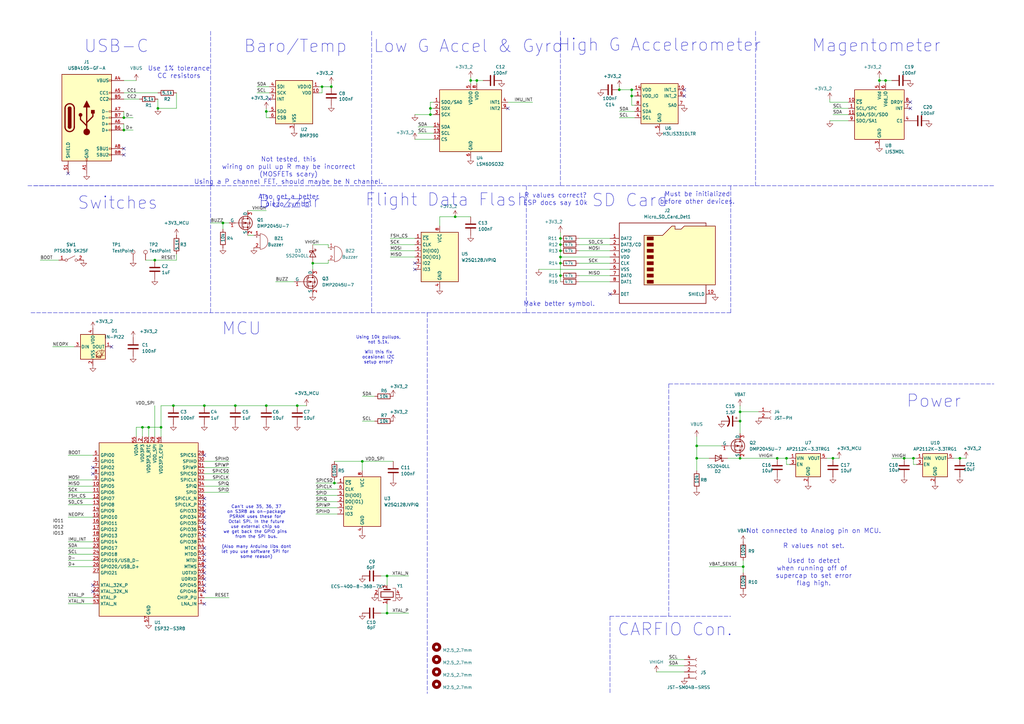
<source format=kicad_sch>
(kicad_sch (version 20231120) (generator "eeschema") (generator_version "8.0")
  (paper "A3")
  (title_block (title "Aerochungus Flight Recorder") (date "2024-09-07") (rev "R1") (company "Chugnus Aerospace"))
  (junction (at 254 36.83))
  (junction (at 393.7 187.96))
  (junction (at 91.44 91.44))
  (junction (at 303.53 168.91))
  (junction (at 58.42 175.26))
  (junction (at 176.53 44.45))
  (junction (at 135.89 35.56))
  (junction (at 304.8 232.41))
  (junction (at 96.52 166.37))
  (junction (at 285.75 187.96))
  (junction (at 229.87 113.03))
  (junction (at 360.68 33.02))
  (junction (at 83.82 166.37))
  (junction (at 158.75 251.46))
  (junction (at 229.87 97.79))
  (junction (at 66.04 175.26))
  (junction (at 229.87 102.87))
  (junction (at 285.75 182.88))
  (junction (at 259.08 39.37))
  (junction (at 259.08 36.83))
  (junction (at 229.87 107.95))
  (junction (at 148.59 189.23))
  (junction (at 303.53 187.96))
  (junction (at 363.22 33.02))
  (junction (at 229.87 100.33))
  (junction (at 195.58 33.02))
  (junction (at 64.77 44.45))
  (junction (at 318.77 187.96))
  (junction (at 132.08 35.56))
  (junction (at 63.5 106.68))
  (junction (at 60.96 175.26))
  (junction (at 370.84 187.96))
  (junction (at 109.22 45.72))
  (junction (at 121.92 166.37))
  (junction (at 176.53 46.99))
  (junction (at 158.75 236.22))
  (junction (at 374.65 187.96))
  (junction (at 50.8 48.26))
  (junction (at 50.8 53.34))
  (junction (at 109.22 166.37))
  (junction (at 137.16 198.12))
  (junction (at 341.63 187.96))
  (junction (at 229.87 105.41))
  (junction (at 186.69 88.9))
  (junction (at 303.53 172.72))
  (junction (at 128.27 107.95))
  (junction (at 193.04 33.02))
  (junction (at 71.12 166.37))
  (junction (at 322.58 187.96))
  (no_connect (at 38.1 242.57))
  (no_connect (at 373.38 44.45))
  (no_connect (at 38.1 191.77))
  (no_connect (at 38.1 194.31))
  (no_connect (at 83.82 224.79))
  (no_connect (at 280.67 39.37))
  (no_connect (at 50.8 60.96))
  (no_connect (at 373.38 41.91))
  (no_connect (at 83.82 207.01))
  (no_connect (at 27.94 71.12))
  (no_connect (at 208.28 44.45))
  (no_connect (at 83.82 247.65))
  (no_connect (at 83.82 237.49))
  (no_connect (at 83.82 227.33))
  (no_connect (at 83.82 212.09))
  (no_connect (at 50.8 63.5))
  (no_connect (at 83.82 209.55))
  (no_connect (at 170.18 110.49))
  (no_connect (at 83.82 229.87))
  (no_connect (at 83.82 240.03))
  (no_connect (at 83.82 214.63))
  (no_connect (at 250.19 120.65))
  (no_connect (at 83.82 234.95))
  (no_connect (at 83.82 186.69))
  (no_connect (at 83.82 204.47))
  (no_connect (at 110.49 40.64))
  (no_connect (at 38.1 240.03))
  (no_connect (at 83.82 217.17))
  (no_connect (at 83.82 242.57))
  (no_connect (at 45.72 142.24))
  (no_connect (at 170.18 107.95))
  (no_connect (at 83.82 219.71))
  (no_connect (at 280.67 36.83))
  (no_connect (at 83.82 232.41))
  (wire (pts (xy 229.87 105.41) (xy 229.87 107.95)))
  (wire (pts (xy 27.94 196.85) (xy 38.1 196.85)))
  (polyline (pts (xy 12.7 128.27) (xy 175.26 128.27)) (stroke (width 0) (type dash)))
  (wire (pts (xy 148.59 172.72) (xy 153.67 172.72)))
  (wire (pts (xy 50.8 50.8) (xy 50.8 53.34)))
  (wire (pts (xy 260.35 36.83) (xy 259.08 36.83)))
  (wire (pts (xy 148.59 189.23) (xy 148.59 193.04)))
  (wire (pts (xy 176.53 46.99) (xy 177.8 46.99)))
  (wire (pts (xy 186.69 88.9) (xy 193.04 88.9)))
  (wire (pts (xy 109.22 45.72) (xy 110.49 45.72)))
  (wire (pts (xy 237.49 102.87) (xy 250.19 102.87)))
  (wire (pts (xy 66.04 166.37) (xy 71.12 166.37)))
  (wire (pts (xy 322.58 187.96) (xy 323.85 187.96)))
  (wire (pts (xy 340.36 41.91) (xy 347.98 41.91)))
  (wire (pts (xy 72.39 104.14) (xy 72.39 106.68)))
  (wire (pts (xy 109.22 44.45) (xy 109.22 45.72)))
  (wire (pts (xy 176.53 44.45) (xy 176.53 46.99)))
  (wire (pts (xy 27.94 201.93) (xy 38.1 201.93)))
  (wire (pts (xy 134.62 100.33) (xy 134.62 101.6)))
  (wire (pts (xy 254 48.26) (xy 260.35 48.26)))
  (wire (pts (xy 323.85 190.5) (xy 322.58 190.5)))
  (wire (pts (xy 135.89 34.29) (xy 135.89 35.56)))
  (wire (pts (xy 160.02 97.79) (xy 170.18 97.79)))
  (wire (pts (xy 260.35 39.37) (xy 259.08 39.37)))
  (wire (pts (xy 83.82 245.11) (xy 93.98 245.11)))
  (wire (pts (xy 156.21 236.22) (xy 158.75 236.22)))
  (polyline (pts (xy 309.88 76.2) (xy 309.88 12.7)) (stroke (width 0) (type dash)))
  (wire (pts (xy 72.39 106.68) (xy 63.5 106.68)))
  (wire (pts (xy 66.04 175.26) (xy 60.96 175.26)))
  (wire (pts (xy 130.81 35.56) (xy 132.08 35.56)))
  (wire (pts (xy 193.04 31.75) (xy 193.04 33.02)))
  (wire (pts (xy 132.08 38.1) (xy 132.08 35.56)))
  (wire (pts (xy 50.8 33.02) (xy 55.88 33.02)))
  (wire (pts (xy 229.87 113.03) (xy 229.87 115.57)))
  (wire (pts (xy 50.8 45.72) (xy 50.8 48.26)))
  (wire (pts (xy 208.28 41.91) (xy 218.44 41.91)))
  (wire (pts (xy 21.59 142.24) (xy 30.48 142.24)))
  (wire (pts (xy 318.77 187.96) (xy 322.58 187.96)))
  (wire (pts (xy 109.22 48.26) (xy 109.22 45.72)))
  (wire (pts (xy 303.53 187.96) (xy 318.77 187.96)))
  (wire (pts (xy 303.53 168.91) (xy 311.15 168.91)))
  (wire (pts (xy 27.94 212.09) (xy 38.1 212.09)))
  (polyline (pts (xy 86.36 76.2) (xy 86.36 12.7)) (stroke (width 0) (type dash)))
  (wire (pts (xy 193.04 33.02) (xy 195.58 33.02)))
  (wire (pts (xy 129.54 208.28) (xy 138.43 208.28)))
  (wire (pts (xy 158.75 251.46) (xy 167.64 251.46)))
  (polyline (pts (xy 11.43 76.2) (xy 86.36 76.2)) (stroke (width 0) (type dash)))
  (wire (pts (xy 229.87 107.95) (xy 229.87 113.03)))
  (wire (pts (xy 340.36 40.64) (xy 340.36 41.91)))
  (wire (pts (xy 274.32 270.51) (xy 280.67 270.51)))
  (wire (pts (xy 285.75 179.07) (xy 285.75 182.88)))
  (wire (pts (xy 290.83 232.41) (xy 304.8 232.41)))
  (wire (pts (xy 27.94 245.11) (xy 38.1 245.11)))
  (wire (pts (xy 66.04 166.37) (xy 66.04 175.26)))
  (wire (pts (xy 121.92 166.37) (xy 125.73 166.37)))
  (wire (pts (xy 83.82 199.39) (xy 93.98 199.39)))
  (wire (pts (xy 176.53 41.91) (xy 176.53 44.45)))
  (wire (pts (xy 91.44 91.44) (xy 93.98 91.44)))
  (wire (pts (xy 237.49 113.03) (xy 250.19 113.03)))
  (wire (pts (xy 134.62 107.95) (xy 134.62 106.68)))
  (polyline (pts (xy 215.9 76.2) (xy 215.9 128.27)) (stroke (width 0) (type dash)))
  (polyline (pts (xy 86.36 76.2) (xy 152.4 76.2)) (stroke (width 0) (type dash)))
  (wire (pts (xy 27.94 204.47) (xy 38.1 204.47)))
  (polyline (pts (xy 229.87 76.2) (xy 229.87 12.7)) (stroke (width 0) (type dash)))
  (wire (pts (xy 259.08 39.37) (xy 259.08 36.83)))
  (wire (pts (xy 91.44 91.44) (xy 91.44 93.98)))
  (wire (pts (xy 298.45 187.96) (xy 303.53 187.96)))
  (wire (pts (xy 60.96 179.07) (xy 60.96 175.26)))
  (wire (pts (xy 304.8 229.87) (xy 304.8 232.41)))
  (polyline (pts (xy 274.32 157.48) (xy 274.32 252.73)) (stroke (width 0) (type dash)))
  (wire (pts (xy 254 35.56) (xy 254 36.83)))
  (wire (pts (xy 269.24 275.59) (xy 280.67 275.59)))
  (wire (pts (xy 160.02 100.33) (xy 170.18 100.33)))
  (wire (pts (xy 86.36 91.44) (xy 91.44 91.44)))
  (wire (pts (xy 339.09 187.96) (xy 341.63 187.96)))
  (polyline (pts (xy 229.87 76.2) (xy 309.88 76.2)) (stroke (width 0) (type dash)))
  (wire (pts (xy 171.45 52.07) (xy 177.8 52.07)))
  (wire (pts (xy 105.41 38.1) (xy 110.49 38.1)))
  (wire (pts (xy 50.8 40.64) (xy 57.15 40.64)))
  (wire (pts (xy 109.22 166.37) (xy 121.92 166.37)))
  (wire (pts (xy 195.58 33.02) (xy 195.58 34.29)))
  (wire (pts (xy 158.75 236.22) (xy 167.64 236.22)))
  (wire (pts (xy 285.75 182.88) (xy 285.75 187.96)))
  (wire (pts (xy 170.18 57.15) (xy 177.8 57.15)))
  (polyline (pts (xy 175.26 128.27) (xy 175.26 284.48)) (stroke (width 0) (type dash)))
  (wire (pts (xy 274.32 273.05) (xy 280.67 273.05)))
  (wire (pts (xy 66.04 179.07) (xy 66.04 175.26)))
  (polyline (pts (xy 299.72 128.27) (xy 215.9 128.27)) (stroke (width 0) (type dash)))
  (wire (pts (xy 104.14 96.52) (xy 101.6 96.52)))
  (wire (pts (xy 64.77 40.64) (xy 64.77 44.45)))
  (wire (pts (xy 171.45 54.61) (xy 177.8 54.61)))
  (wire (pts (xy 27.94 199.39) (xy 38.1 199.39)))
  (wire (pts (xy 229.87 95.25) (xy 229.87 97.79)))
  (polyline (pts (xy 250.19 252.73) (xy 250.19 284.48)) (stroke (width 0) (type dash)))
  (wire (pts (xy 129.54 210.82) (xy 138.43 210.82)))
  (wire (pts (xy 137.16 189.23) (xy 148.59 189.23)))
  (polyline (pts (xy 299.72 128.27) (xy 299.72 76.2)) (stroke (width 0) (type dash)))
  (wire (pts (xy 129.54 200.66) (xy 138.43 200.66)))
  (wire (pts (xy 148.59 189.23) (xy 161.29 189.23)))
  (polyline (pts (xy 152.4 76.2) (xy 152.4 12.7)) (stroke (width 0) (type dash)))
  (wire (pts (xy 110.49 48.26) (xy 109.22 48.26)))
  (wire (pts (xy 229.87 100.33) (xy 229.87 102.87)))
  (wire (pts (xy 237.49 100.33) (xy 250.19 100.33)))
  (wire (pts (xy 128.27 107.95) (xy 128.27 110.49)))
  (wire (pts (xy 360.68 33.02) (xy 363.22 33.02)))
  (wire (pts (xy 303.53 166.37) (xy 303.53 168.91)))
  (wire (pts (xy 360.68 33.02) (xy 360.68 34.29)))
  (polyline (pts (xy 152.4 76.2) (xy 152.4 128.27)) (stroke (width 0) (type dash)))
  (wire (pts (xy 259.08 36.83) (xy 254 36.83)))
  (wire (pts (xy 83.82 196.85) (xy 93.98 196.85)))
  (polyline (pts (xy 152.4 76.2) (xy 229.87 76.2)) (stroke (width 0) (type dash)))
  (wire (pts (xy 137.16 196.85) (xy 137.16 198.12)))
  (wire (pts (xy 180.34 92.71) (xy 180.34 88.9)))
  (wire (pts (xy 156.21 251.46) (xy 158.75 251.46)))
  (wire (pts (xy 259.08 43.18) (xy 259.08 39.37)))
  (wire (pts (xy 176.53 46.99) (xy 170.18 46.99)))
  (wire (pts (xy 128.27 100.33) (xy 134.62 100.33)))
  (wire (pts (xy 370.84 187.96) (xy 374.65 187.96)))
  (polyline (pts (xy 13.97 76.2) (xy 86.36 76.2)) (stroke (width 0) (type dash)))
  (wire (pts (xy 254 45.72) (xy 260.35 45.72)))
  (wire (pts (xy 285.75 182.88) (xy 295.91 182.88)))
  (wire (pts (xy 393.7 187.96) (xy 396.24 187.96)))
  (wire (pts (xy 237.49 107.95) (xy 250.19 107.95)))
  (wire (pts (xy 113.03 115.57) (xy 120.65 115.57)))
  (wire (pts (xy 220.98 110.49) (xy 250.19 110.49)))
  (wire (pts (xy 27.94 229.87) (xy 38.1 229.87)))
  (wire (pts (xy 55.88 175.26) (xy 58.42 175.26)))
  (wire (pts (xy 180.34 88.9) (xy 186.69 88.9)))
  (wire (pts (xy 158.75 247.65) (xy 158.75 251.46)))
  (wire (pts (xy 83.82 189.23) (xy 93.98 189.23)))
  (wire (pts (xy 27.94 224.79) (xy 38.1 224.79)))
  (wire (pts (xy 101.6 86.36) (xy 109.22 86.36)))
  (wire (pts (xy 27.94 207.01) (xy 38.1 207.01)))
  (wire (pts (xy 195.58 33.02) (xy 198.12 33.02)))
  (wire (pts (xy 134.62 107.95) (xy 128.27 107.95)))
  (wire (pts (xy 260.35 43.18) (xy 259.08 43.18)))
  (wire (pts (xy 83.82 191.77) (xy 93.98 191.77)))
  (wire (pts (xy 340.36 49.53) (xy 347.98 49.53)))
  (wire (pts (xy 83.82 201.93) (xy 93.98 201.93)))
  (wire (pts (xy 63.5 166.37) (xy 63.5 179.07)))
  (polyline (pts (xy 86.36 76.2) (xy 86.36 128.27)) (stroke (width 0) (type dash)))
  (wire (pts (xy 391.16 187.96) (xy 393.7 187.96)))
  (wire (pts (xy 250.19 97.79) (xy 237.49 97.79)))
  (wire (pts (xy 303.53 172.72) (xy 303.53 177.8)))
  (wire (pts (xy 129.54 203.2) (xy 138.43 203.2)))
  (wire (pts (xy 237.49 115.57) (xy 250.19 115.57)))
  (wire (pts (xy 132.08 35.56) (xy 135.89 35.56)))
  (wire (pts (xy 365.76 187.96) (xy 370.84 187.96)))
  (wire (pts (xy 64.77 44.45) (xy 72.39 44.45)))
  (wire (pts (xy 363.22 33.02) (xy 365.76 33.02)))
  (wire (pts (xy 129.54 198.12) (xy 137.16 198.12)))
  (wire (pts (xy 27.94 232.41) (xy 38.1 232.41)))
  (wire (pts (xy 229.87 97.79) (xy 229.87 100.33)))
  (wire (pts (xy 27.94 227.33) (xy 38.1 227.33)))
  (wire (pts (xy 58.42 175.26) (xy 58.42 179.07)))
  (wire (pts (xy 60.96 175.26) (xy 58.42 175.26)))
  (polyline (pts (xy 309.88 76.2) (xy 407.67 76.2)) (stroke (width 0) (type dash)))
  (wire (pts (xy 59.69 106.68) (xy 63.5 106.68)))
  (wire (pts (xy 83.82 166.37) (xy 96.52 166.37)))
  (polyline (pts (xy 175.26 128.27) (xy 215.9 128.27)) (stroke (width 0) (type dash)))
  (wire (pts (xy 229.87 105.41) (xy 250.19 105.41)))
  (wire (pts (xy 129.54 205.74) (xy 138.43 205.74)))
  (wire (pts (xy 105.41 35.56) (xy 110.49 35.56)))
  (wire (pts (xy 322.58 190.5) (xy 322.58 187.96)))
  (wire (pts (xy 160.02 102.87) (xy 170.18 102.87)))
  (wire (pts (xy 229.87 102.87) (xy 229.87 105.41)))
  (wire (pts (xy 176.53 44.45) (xy 177.8 44.45)))
  (wire (pts (xy 363.22 33.02) (xy 363.22 34.29)))
  (wire (pts (xy 304.8 232.41) (xy 304.8 234.95)))
  (wire (pts (xy 130.81 38.1) (xy 132.08 38.1)))
  (wire (pts (xy 341.63 187.96) (xy 344.17 187.96)))
  (wire (pts (xy 341.63 44.45) (xy 347.98 44.45)))
  (wire (pts (xy 50.8 48.26) (xy 54.61 48.26)))
  (wire (pts (xy 137.16 198.12) (xy 138.43 198.12)))
  (wire (pts (xy 176.53 41.91) (xy 177.8 41.91)))
  (wire (pts (xy 160.02 105.41) (xy 170.18 105.41)))
  (wire (pts (xy 341.63 46.99) (xy 347.98 46.99)))
  (polyline (pts (xy 274.32 157.48) (xy 407.67 157.48)) (stroke (width 0) (type dash)))
  (wire (pts (xy 360.68 31.75) (xy 360.68 33.02)))
  (wire (pts (xy 375.92 190.5) (xy 374.65 190.5)))
  (wire (pts (xy 83.82 194.31) (xy 93.98 194.31)))
  (wire (pts (xy 96.52 166.37) (xy 109.22 166.37)))
  (wire (pts (xy 193.04 33.02) (xy 193.04 34.29)))
  (wire (pts (xy 285.75 187.96) (xy 290.83 187.96)))
  (wire (pts (xy 27.94 186.69) (xy 38.1 186.69)))
  (wire (pts (xy 148.59 162.56) (xy 153.67 162.56)))
  (wire (pts (xy 71.12 166.37) (xy 83.82 166.37)))
  (wire (pts (xy 303.53 168.91) (xy 303.53 172.72)))
  (wire (pts (xy 27.94 222.25) (xy 38.1 222.25)))
  (wire (pts (xy 285.75 187.96) (xy 285.75 193.04)))
  (wire (pts (xy 158.75 236.22) (xy 158.75 240.03)))
  (wire (pts (xy 24.13 106.68) (xy 16.51 106.68)))
  (wire (pts (xy 50.8 53.34) (xy 54.61 53.34)))
  (wire (pts (xy 374.65 190.5) (xy 374.65 187.96)))
  (wire (pts (xy 72.39 38.1) (xy 72.39 44.45)))
  (polyline (pts (xy 271.78 252.73) (xy 299.72 252.73)) (stroke (width 0) (type dash)))
  (wire (pts (xy 50.8 38.1) (xy 64.77 38.1)))
  (polyline (pts (xy 250.19 252.73) (xy 271.78 252.73)) (stroke (width 0) (type dash)))
  (wire (pts (xy 374.65 187.96) (xy 375.92 187.96)))
  (wire (pts (xy 27.94 247.65) (xy 38.1 247.65)))
  (wire (pts (xy 55.88 179.07) (xy 55.88 175.26)))
  (text "Baro/Temp" (at 121.158 19.05 0) (effects (font (size 5.08 5.08))))
  (text "Low G Accel & Gyro" (at 192.024 19.05 0) (effects (font (size 5.08 5.08))))
  (text "Use 1% tolerance\nCC resistors" (at 73.406 29.718 0) (effects (font (size 1.905 1.905))))
  (text "Flight Data Flash" (at 183.134 82.042 0) (effects (font (size 5.08 5.08))))
  (text "SD Card" (at 258.318 82.296 0) (effects (font (size 5.08 5.08))))
  (text "Not tested, this\nwiring on pull up R may be incorrect\n(MOSFETs scary)\nUsing a P channel FET, should maybe be N channel.\n\nAlso get a better\npiezo zymbol" (at 118.364 74.676 0) (effects (font (size 1.905 1.905))))
  (text "MCU" (at 99.06 134.874 0) (effects (font (size 5.08 5.08))))
  (text "Power\n" (at 383.032 164.592 0) (effects (font (size 5.08 5.08))))
  (text "Switches\n" (at 48.26 83.312 0) (effects (font (size 5.08 5.08))))
  (text "USB-C\n" (at 47.752 19.05 0) (effects (font (size 5.08 5.08))))
  (text "CARFIO Con.\n" (at 276.86 258.318 0) (effects (font (size 5.08 5.08))))
  (text "R values correct?\nESP docs say 10k" (at 227.838 81.788 0) (effects (font (size 1.905 1.905))))
  (text "Not connected to Analog pin on MCU.\n\nR values not set.\n\nUsed to detect\nwhen running off of \nsupercap to set error\nflag high." (at 333.756 228.6 0) (effects (font (size 1.905 1.905))))
  (text "Make better symbol." (at 229.362 124.714 0) (effects (font (size 1.905 1.905))))
  (text "Must be initialized\nbefore other devices." (at 286.004 81.28 0) (effects (font (size 1.905 1.905))))
  (text "High G Accelerometer\n" (at 270.51 18.542 0) (effects (font (size 5.08 5.08))))
  (text "Using 10k pullups,\nnot 5.1k.\n\nWill this fix\nocasional I2C\nsetup error?" (at 155.194 143.51 0) (effects (font (size 1.27 1.27))))
  (text "Magentometer" (at 359.41 18.796 0) (effects (font (size 5.08 5.08))))
  (text "Can't use 35, 36, 37\non S3R8 as on-package\nPSRAM uses these for \nOctal SPI. In the future\nuse external chip so \nwe get back the GPIO pins \nfrom the SPI bus.\n\n(Also many Arduino libs dont\nlet you use software SPI for \nsome reason)" (at 105.156 218.186 0) (effects (font (size 1.27 1.27))))
  (text "Buzzer\n" (at 118.618 82.804 0) (effects (font (size 5.08 5.08))))
  (label "SPIWP" (at 129.54 208.28 0))
  (label "SCK" (at 160.02 100.33 0))
  (label "SD_CS" (at 241.3 100.33 0))
  (label "D+" (at 54.61 53.34 180))
  (label "BOOT" (at 16.51 106.68 0))
  (label "SDA" (at 254 45.72 0))
  (label "VHIGH" (at 311.15 187.96 0))
  (label "FSH_CS" (at 160.02 97.79 0))
  (label "BUZZ" (at 86.36 91.44 0))
  (label "SPID" (at 129.54 203.2 0))
  (label "SCL" (at 254 48.26 0))
  (label "SPID" (at 93.98 201.93 180))
  (label "SDA" (at 341.63 46.99 0))
  (label "VHIGH" (at 109.22 86.36 180))
  (label "D+" (at 27.94 232.41 0))
  (label "VDD_SPI" (at 63.5 166.37 180))
  (label "XTAL_N" (at 27.94 247.65 0))
  (label "RESET" (at 93.98 245.11 180))
  (label "NEOPX" (at 21.59 142.24 0))
  (label "SPIQ" (at 93.98 199.39 180))
  (label "SDA" (at 27.94 224.79 0))
  (label "SDA" (at 105.41 35.56 0))
  (label "XTAL_P" (at 27.94 245.11 0))
  (label "SPICLK" (at 129.54 200.66 0))
  (label "SPICLK" (at 93.98 196.85 180))
  (label "MISO" (at 160.02 105.41 0))
  (label "XTAL_P" (at 167.64 251.46 180))
  (label "SDA" (at 171.45 52.07 0))
  (label "IO13" (at 21.59 219.71 0))
  (label "MISO" (at 27.94 199.39 0))
  (label "SDA" (at 274.32 273.05 0))
  (label "SPIWP" (at 93.98 191.77 180))
  (label "SCL" (at 171.45 54.61 0))
  (label "VBAT_SENSE" (at 290.83 232.41 0))
  (label "MOSI" (at 27.94 196.85 0))
  (label "IMU_INT" (at 27.94 222.25 0))
  (label "VHIGH" (at 130.81 100.33 180))
  (label "SPIHD" (at 93.98 189.23 180))
  (label "IMU_INT" (at 218.44 41.91 180))
  (label "SCL" (at 105.41 38.1 0))
  (label "SCL" (at 27.94 227.33 0))
  (label "SCK" (at 27.94 201.93 0))
  (label "MOSI" (at 241.3 102.87 0))
  (label "SPIHD" (at 129.54 210.82 0))
  (label "SCL" (at 341.63 44.45 0))
  (label "D-" (at 54.61 48.26 180))
  (label "SPIQ" (at 129.54 205.74 0))
  (label "IO12" (at 21.59 217.17 0))
  (label "MOSI" (at 160.02 102.87 0))
  (label "D-" (at 27.94 229.87 0))
  (label "BUZZ" (at 113.03 115.57 0))
  (label "CC2" (at 52.07 40.64 0))
  (label "NEOPX" (at 27.94 212.09 0))
  (label "IO11" (at 21.59 214.63 0))
  (label "SCL" (at 274.32 270.51 0))
  (label "CC1" (at 52.07 38.1 0))
  (label "MISO" (at 241.3 113.03 0))
  (label "SPICS0" (at 129.54 198.12 0))
  (label "SCL" (at 148.59 172.72 0))
  (label "SDA" (at 148.59 162.56 0))
  (label "SCK" (at 241.3 107.95 0))
  (label "FSH_CS" (at 27.94 204.47 0))
  (label "VHIGH" (at 365.76 187.96 0))
  (label "VDD_SPI" (at 149.86 189.23 0))
  (label "SPICS0" (at 93.98 194.31 180))
  (label "BOOT" (at 27.94 186.69 0))
  (label "SD_CS" (at 27.94 207.01 0))
  (label "RESET" (at 66.04 106.68 0))
  (label "XTAL_N" (at 167.64 236.22 180))
  (symbol (lib_id "Connector:Conn_01x04_Socket") (at 285.75 275.59 0) (mirror x) (unit 1)
    (property "Reference" "J5" (at 287.274 275.844 0) (effects (justify left)))
    (property "Value" "JST-SM04B-SRSS" (at 273.558 281.94 0) (effects (justify left)))
    (property "Footprint" "besser_footprints:JST_SH_SM04B-SRSS-TB_1x04-1MP_P1.00mm_Horizontal" (effects (hide yes)))
    (property "Description" "Generic connector, single row, 01x04, script generated" (effects (hide yes)))
  )
  (symbol (lib_id "power:+3V3") (at 344.17 187.96 0) (unit 1)
    (property "Reference" "#PWR058" (effects (hide yes)))
    (property "Value" "+3V3_MCU" (at 348.234 183.896 0))
    (property "Description" "Power symbol creates a global label with name \"+3V3\"" (effects (hide yes)))
  )
  (symbol (lib_id "power:+3V3") (at 161.29 172.72 0) (unit 1)
    (property "Reference" "#PWR030" (effects (hide yes)))
    (property "Value" "+3V3_2" (at 163.576 168.91 0))
    (property "Description" "Power symbol creates a global label with name \"+3V3\"" (effects (hide yes)))
  )
  (symbol (lib_id "Mechanical:MountingHole") (at 179.07 270.51 0) (unit 1) (in_bom no)
    (property "Reference" "H2" (effects (hide yes)))
    (property "Value" "M2.5_2.7mm" (at 181.61 271.78 0) (effects (justify left)))
    (property "Footprint" "MountingHole:MountingHole_2.7mm_M2.5_Pad_Via" (effects (hide yes)))
    (property "Description" "Mounting Hole without connection" (effects (hide yes)))
  )
  (symbol (lib_id "power:GND") (at 34.29 106.68 0) (mirror y) (unit 1)
    (property "Reference" "#PWR03" (effects (hide yes)))
    (property "Value" "GND" (effects (hide yes)))
    (property "Description" "Power symbol creates a global label with name \"GND\" , ground" (effects (hide yes)))
  )
  (symbol (lib_id "power:+3V3") (at 396.24 187.96 0) (unit 1)
    (property "Reference" "#PWR068" (effects (hide yes)))
    (property "Value" "+3V3_2" (at 398.78 183.896 0))
    (property "Description" "Power symbol creates a global label with name \"+3V3\"" (effects (hide yes)))
  )
  (symbol (lib_id "power:GND") (at 120.65 53.34 0) (unit 1)
    (property "Reference" "#PWR020" (effects (hide yes)))
    (property "Value" "GND" (effects (hide yes)))
    (property "Description" "Power symbol creates a global label with name \"GND\" , ground" (effects (hide yes)))
  )
  (symbol (lib_id "power:GND") (at 311.15 171.45 0) (unit 1)
    (property "Reference" "#PWR052" (effects (hide yes)))
    (property "Value" "GND" (effects (hide yes)))
    (property "Description" "Power symbol creates a global label with name \"GND\" , ground" (effects (hide yes)))
  )
  (symbol (lib_id "power:GND") (at 64.77 44.45 0) (unit 1)
    (property "Reference" "#PWR011" (effects (hide yes)))
    (property "Value" "GND" (effects (hide yes)))
    (property "Description" "Power symbol creates a global label with name \"GND\" , ground" (effects (hide yes)))
  )
  (symbol (lib_id "Device:R") (at 233.68 100.33 90) (unit 1)
    (property "Reference" "R12" (at 228.854 100.33 90) (effects (justify left)))
    (property "Value" "47k" (at 235.204 100.33 90) (effects (justify left)))
    (property "Footprint" "Capacitor_SMD:C_0603_1608Metric" (effects (hide yes)))
    (property "Description" "Resistor" (effects (hide yes)))
  )
  (symbol (lib_id "Device:R") (at 233.68 102.87 90) (unit 1)
    (property "Reference" "R13" (at 228.854 102.87 90) (effects (justify left)))
    (property "Value" "47k" (at 235.204 102.87 90) (effects (justify left)))
    (property "Footprint" "Capacitor_SMD:C_0603_1608Metric" (effects (hide yes)))
    (property "Description" "Resistor" (effects (hide yes)))
  )
  (symbol (lib_id "Device:R") (at 91.44 97.79 0) (unit 1)
    (property "Reference" "R4" (at 92.964 97.79 0) (effects (justify left)))
    (property "Value" "10k" (at 91.44 99.314 90) (effects (justify left)))
    (property "Footprint" "Capacitor_SMD:C_0603_1608Metric" (effects (hide yes)))
    (property "Description" "Resistor" (effects (hide yes)))
  )
  (symbol (lib_id "Mechanical:MountingHole") (at 179.07 280.67 0) (unit 1) (in_bom no)
    (property "Reference" "H4" (effects (hide yes)))
    (property "Value" "M2.5_2.7mm" (at 181.61 281.94 0) (effects (justify left)))
    (property "Footprint" "MountingHole:MountingHole_2.7mm_M2.5_Pad_Via" (effects (hide yes)))
    (property "Description" "Mounting Hole without connection" (effects (hide yes)))
  )
  (symbol (lib_id "Sensor_Magnetic:LIS3MDL") (at 360.68 46.99 0) (unit 1)
    (property "Reference" "U8" (at 363.0034 59.69 0) (effects (justify left)))
    (property "Value" "LIS3MDL" (at 363.0034 62.23 0) (effects (justify left)))
    (property "Footprint" "Package_LGA:LGA-12_2x2mm_P0.5mm" (effects (hide yes)))
    (property "Datasheet" "https://www.st.com/resource/en/datasheet/lis3mdl.pdf" (effects (hide yes)))
    (property "Description" "Ultra-low-power, 3-axis digital output magnetometer, LGA-12" (effects (hide yes)))
  )
  (symbol (lib_id "Device:R") (at 285.75 196.85 0) (unit 1)
    (property "Reference" "R8" (at 287.274 196.85 0) (effects (justify left)))
    (property "Value" "10k" (at 285.75 198.374 90) (effects (justify left)))
    (property "Footprint" "Capacitor_SMD:C_0603_1608Metric" (effects (hide yes)))
    (property "Description" "Resistor" (effects (hide yes)))
  )
  (symbol (lib_id "Connector:Micro_SD_Card_Det1") (at 273.05 107.95 0) (unit 1)
    (property "Reference" "J2" (at 273.685 86.36 0))
    (property "Value" "Micro_SD_Card_Det1" (at 273.685 88.9 0))
    (property "Footprint" "besser_footprints:GCT_MEM2061-01-188-00-A_REVA" (effects (hide yes)))
    (property "Datasheet" "https://www.digikey.com/en/products/detail/gct/MEM2061-01-188-00-A/9859612" (effects (hide yes)))
    (property "Description" "Micro SD Card Socket with one card detection pin" (effects (hide yes)))
  )
  (symbol (lib_id "power:GND") (at 71.12 173.99 0) (unit 1)
    (property "Reference" "#PWR012" (effects (hide yes)))
    (property "Value" "GND" (effects (hide yes)))
    (property "Description" "Power symbol creates a global label with name \"GND\" , ground" (effects (hide yes)))
  )
  (symbol (lib_id "Connector:Conn_01x02_Socket") (at 316.23 168.91 0) (unit 1)
    (property "Reference" "J4" (at 317.5 168.91 0) (effects (justify left)))
    (property "Value" "JST-PH" (at 317.5 171.45 0) (effects (justify left)))
    (property "Footprint" "Connector_JST:JST_PH_S2B-PH-SM4-TB_1x02-1MP_P2.00mm_Horizontal" (effects (hide yes)))
    (property "Description" "Generic connector, single row, 01x02, script generated" (effects (hide yes)))
  )
  (symbol (lib_id "power:+3V3") (at 125.73 166.37 0) (unit 1)
    (property "Reference" "#PWR022" (effects (hide yes)))
    (property "Value" "+3V3_MCU" (at 125.73 161.29 0))
    (property "Description" "Power symbol creates a global label with name \"+3V3\"" (effects (hide yes)))
  )
  (symbol (lib_id "Diode:NSR0340HT1G") (at 128.27 104.14 270) (unit 1)
    (property "Reference" "D3" (at 122.174 102.87 90))
    (property "Value" "SS2040LL" (at 121.92 104.902 90))
    (property "Footprint" "Diode_SMD:D_SOD-123" (effects (hide yes)))
    (property "Datasheet" "https://www.digikey.com/en/products/detail/panjit-international-inc/SS2040LL-R1-00001/14660534" (effects (hide yes)))
  )
  (symbol (lib_id "Device:C") (at 109.22 170.18 0) (unit 1)
    (property "Reference" "C6" (at 111.76 168.91 0) (effects (justify left)))
    (property "Value" "10uF" (at 111.76 171.45 0) (effects (justify left)))
    (property "Footprint" "Capacitor_SMD:C_0603_1608Metric" (effects (hide yes)))
    (property "Description" "Unpolarized capacitor" (effects (hide yes)))
  )
  (symbol (lib_id "power:+5V") (at 304.8 222.25 0) (unit 1)
    (property "Reference" "#PWR048" (effects (hide yes)))
    (property "Value" "VBAT" (at 304.8 217.678 0))
    (property "Description" "Power symbol creates a global label with name \"+5V\"" (effects (hide yes)))
  )
  (symbol (lib_id "Device:C") (at 96.52 170.18 0) (unit 1)
    (property "Reference" "C5" (at 99.314 168.91 0) (effects (justify left)))
    (property "Value" "1uF" (at 99.314 171.45 0) (effects (justify left)))
    (property "Footprint" "Capacitor_SMD:C_0603_1608Metric" (effects (hide yes)))
    (property "Description" "Unpolarized capacitor" (effects (hide yes)))
  )
  (symbol (lib_id "Regulator_Linear:AP2112K-3.3") (at 331.47 190.5 0) (unit 1)
    (property "Reference" "U7" (at 331.47 181.61 0))
    (property "Value" "AP2112K-3.3TRG1" (at 331.47 184.15 0))
    (property "Footprint" "Package_TO_SOT_SMD:SOT-23-5" (effects (hide yes)))
    (property "Datasheet" "https://www.digikey.com/en/products/detail/diodes-incorporated/AP2112K-3-3TRG1/4470746" (effects (hide yes)))
    (property "Description" "600mA low dropout linear regulator, with enable pin, 3.8V-6V input voltage range, 3.3V fixed positive output, SOT-23-5" (effects (hide yes)))
  )
  (symbol (lib_id "power:GND") (at 318.77 195.58 0) (unit 1)
    (property "Reference" "#PWR053" (effects (hide yes)))
    (property "Value" "GND" (effects (hide yes)))
    (property "Description" "Power symbol creates a global label with name \"GND\" , ground" (effects (hide yes)))
  )
  (symbol (lib_id "Device:Crystal_GND24") (at 158.75 243.84 90) (unit 1)
    (property "Reference" "Y1" (at 164.084 240.284 90))
    (property "Value" "ECS-400-8-36B-7KY" (at 146.812 240.538 90))
    (property "Footprint" "Crystal:Crystal_SMD_EuroQuartz_X22-4Pin_2.5x2.0mm" (effects (hide yes)))
    (property "Datasheet" "https://www.digikey.com/en/products/detail/ecs-inc/ECS-400-8-36B-7KY-TR/13532125" (effects (hide yes)))
    (property "Description" "Four pin crystal, GND on pins 2 and 4" (effects (hide yes)))
  )
  (symbol (lib_id "MCU_Espressif:ESP32-S3") (at 60.96 217.17 0) (unit 1)
    (property "Reference" "U1" (at 63.2834 255.27 0) (effects (justify left)))
    (property "Value" "ESP32-S3R8" (at 63.2834 257.81 0) (effects (justify left)))
    (property "Footprint" "Package_DFN_QFN:QFN-56-1EP_7x7mm_P0.4mm_EP4x4mm" (effects (hide yes)))
    (property "Datasheet" "https://www.digikey.com/en/products/detail/espressif-systems/ESP32-S3R8/15822451" (effects (hide yes)))
    (property "Description" "Microcontroller, Wi-Fi 802.11b/g/n, Bluetooth, 32bit" (effects (hide yes)))
  )
  (symbol (lib_id "power:+3V3") (at 109.22 44.45 0) (unit 1)
    (property "Reference" "#PWR017" (effects (hide yes)))
    (property "Value" "+3V3_2" (at 106.426 40.132 0))
    (property "Description" "Power symbol creates a global label with name \"+3V3\"" (effects (hide yes)))
  )
  (symbol (lib_id "power:GND") (at 54.61 106.68 0) (unit 1)
    (property "Reference" "#PWR07" (effects (hide yes)))
    (property "Value" "GND" (effects (hide yes)))
    (property "Description" "Power symbol creates a global label with name \"GND\" , ground" (effects (hide yes)))
  )
  (symbol (lib_id "power:GND") (at 148.59 236.22 0) (unit 1)
    (property "Reference" "#PWR026" (effects (hide yes)))
    (property "Value" "GND" (effects (hide yes)))
    (property "Description" "Power symbol creates a global label with name \"GND\" , ground" (effects (hide yes)))
  )
  (symbol (lib_id "power:+3V3") (at 38.1 134.62 0) (unit 1)
    (property "Reference" "#PWR05" (effects (hide yes)))
    (property "Value" "+3V3_2" (at 42.672 131.826 0))
    (property "Description" "Power symbol creates a global label with name \"+3V3\"" (effects (hide yes)))
  )
  (symbol (lib_id "power:GND") (at 270.51 53.34 0) (unit 1)
    (property "Reference" "#PWR044" (effects (hide yes)))
    (property "Value" "GND" (effects (hide yes)))
    (property "Description" "Power symbol creates a global label with name \"GND\" , ground" (effects (hide yes)))
  )
  (symbol (lib_id "Device:R") (at 60.96 40.64 90) (unit 1)
    (property "Reference" "R1" (at 60.96 43.18 90))
    (property "Value" "5.1k" (at 60.96 40.64 90))
    (property "Footprint" "Capacitor_SMD:C_0603_1608Metric" (effects (hide yes)))
    (property "Description" "Resistor" (effects (hide yes)))
  )
  (symbol (lib_id "Device:C") (at 152.4 236.22 90) (unit 1)
    (property "Reference" "C9" (at 153.924 230.378 90) (effects (justify left)))
    (property "Value" "6pF" (at 153.924 232.664 90) (effects (justify left)))
    (property "Footprint" "Capacitor_SMD:C_0402_1005Metric" (effects (hide yes)))
    (property "Description" "Unpolarized capacitor" (effects (hide yes)))
  )
  (symbol (lib_id "power:GND") (at 341.63 195.58 0) (unit 1)
    (property "Reference" "#PWR057" (effects (hide yes)))
    (property "Value" "GND" (effects (hide yes)))
    (property "Description" "Power symbol creates a global label with name \"GND\" , ground" (effects (hide yes)))
  )
  (symbol (lib_id "Device:C") (at 152.4 251.46 270) (unit 1)
    (property "Reference" "C10" (at 154.178 255.27 90) (effects (justify right)))
    (property "Value" "6pF" (at 154.178 257.302 90) (effects (justify right)))
    (property "Footprint" "Capacitor_SMD:C_0402_1005Metric" (effects (hide yes)))
    (property "Description" "Unpolarized capacitor" (effects (hide yes)))
  )
  (symbol (lib_id "power:GND") (at 180.34 118.11 0) (unit 1)
    (property "Reference" "#PWR037" (effects (hide yes)))
    (property "Value" "GND" (effects (hide yes)))
    (property "Description" "Power symbol creates a global label with name \"GND\" , ground" (effects (hide yes)))
  )
  (symbol (lib_id "power:GND") (at 285.75 200.66 0) (unit 1)
    (property "Reference" "#PWR047" (effects (hide yes)))
    (property "Value" "GND" (effects (hide yes)))
    (property "Description" "Power symbol creates a global label with name \"GND\" , ground" (effects (hide yes)))
  )
  (symbol (lib_id "Device:Buzzer") (at 106.68 99.06 0) (unit 1)
    (property "Reference" "BZ1" (at 116.332 97.79 0) (effects (justify right)))
    (property "Value" "Buzzer" (at 116.332 100.33 0) (effects (justify right)))
    (property "Description" "Buzzer, polarized" (effects (hide yes)))
  )
  (symbol (lib_id "power:+5V") (at 285.75 179.07 0) (unit 1)
    (property "Reference" "#PWR046" (effects (hide yes)))
    (property "Value" "VBUS" (at 285.75 173.99 0))
    (property "Description" "Power symbol creates a global label with name \"+5V\"" (effects (hide yes)))
  )
  (symbol (lib_id "Device:R") (at 304.8 226.06 180) (unit 1)
    (property "Reference" "R9" (at 306.832 226.06 0) (effects (justify right)))
    (property "Value" "100k" (at 304.8 228.092 90) (effects (justify right)))
    (property "Footprint" "Capacitor_SMD:C_0603_1608Metric" (effects (hide yes)))
    (property "Description" "Resistor" (effects (hide yes)))
  )
  (symbol (lib_id "power:GND") (at 373.38 33.02 0) (unit 1)
    (property "Reference" "#PWR063" (effects (hide yes)))
    (property "Value" "GND" (effects (hide yes)))
    (property "Description" "Power symbol creates a global label with name \"GND\" , ground" (effects (hide yes)))
  )
  (symbol (lib_id "Device:C_Polarized_US") (at 299.72 172.72 270) (unit 1)
    (property "Reference" "C15" (at 299.466 166.624 90))
    (property "Value" "1.5F" (at 299.72 169.164 90))
    (property "Footprint" "besser_footprints:CP_Radial_D16.5mm_P12mm" (effects (hide yes)))
    (property "Datasheet" "https://www.digikey.com/en/products/detail/abracon-llc/ADCM-S05R5SA155RB/21667153" (effects (hide yes)))
    (property "Description" "Polarized supercapacitor, US symbol" (effects (hide yes)))
  )
  (symbol (lib_id "Connector:USB_C_Receptacle_USB2.0_16P") (at 35.56 48.26 0) (unit 1)
    (property "Reference" "J1" (at 35.56 25.4 0))
    (property "Value" "USB4105-GF-A" (at 35.56 27.94 0))
    (property "Footprint" "Connector_USB:USB_C_Receptacle_GCT_USB4105-xx-A_16P_TopMnt_Horizontal" (effects (hide yes)))
    (property "Datasheet" "https://www.digikey.com/en/products/detail/gct/USB4105-GF-A/11198441" (effects (hide yes)))
    (property "Description" "USB 2.0-only 16P Type-C Receptacle connector" (effects (hide yes)))
  )
  (symbol (lib_id "Device:C") (at 201.93 33.02 90) (unit 1)
    (property "Reference" "C12" (at 205.232 27.432 90))
    (property "Value" "100nF" (at 205.232 29.972 90))
    (property "Footprint" "Capacitor_SMD:C_0603_1608Metric" (effects (hide yes)))
    (property "Description" "Unpolarized capacitor" (effects (hide yes)))
  )
  (symbol (lib_id "power:GND") (at 109.22 173.99 0) (unit 1)
    (property "Reference" "#PWR018" (effects (hide yes)))
    (property "Value" "GND" (effects (hide yes)))
    (property "Description" "Power symbol creates a global label with name \"GND\" , ground" (effects (hide yes)))
  )
  (symbol (lib_id "power:GND") (at 246.38 36.83 0) (unit 1)
    (property "Reference" "#PWR040" (effects (hide yes)))
    (property "Value" "GND" (effects (hide yes)))
    (property "Description" "Power symbol creates a global label with name \"GND\" , ground" (effects (hide yes)))
  )
  (symbol (lib_id "Device:Buzzer") (at 137.16 104.14 0) (unit 1)
    (property "Reference" "BZ2" (at 145.542 102.87 0) (effects (justify right)))
    (property "Value" "Buzzer" (at 146.812 105.41 0) (effects (justify right)))
    (property "Description" "Buzzer, polarized" (effects (hide yes)))
  )
  (symbol (lib_id "Device:C") (at 193.04 92.71 0) (unit 1)
    (property "Reference" "C13" (at 196.088 91.44 0) (effects (justify left)))
    (property "Value" "100nF" (at 196.088 93.98 0) (effects (justify left)))
    (property "Footprint" "Capacitor_SMD:C_0603_1608Metric" (effects (hide yes)))
    (property "Description" "Unpolarized capacitor" (effects (hide yes)))
  )
  (symbol (lib_id "power:GND") (at 304.8 242.57 0) (unit 1)
    (property "Reference" "#PWR049" (effects (hide yes)))
    (property "Value" "GND" (effects (hide yes)))
    (property "Description" "Power symbol creates a global label with name \"GND\" , ground" (effects (hide yes)))
  )
  (symbol (lib_id "power:GND") (at 280.67 278.13 0) (unit 1)
    (property "Reference" "#PWR076" (effects (hide yes)))
    (property "Value" "GND" (effects (hide yes)))
    (property "Description" "Power symbol creates a global label with name \"GND\" , ground" (effects (hide yes)))
  )
  (symbol (lib_id "power:+3V3") (at 186.69 88.9 0) (unit 1)
    (property "Reference" "#PWR071" (effects (hide yes)))
    (property "Value" "+3V3_2" (at 183.896 84.582 0))
    (property "Description" "Power symbol creates a global label with name \"+3V3\"" (effects (hide yes)))
  )
  (symbol (lib_id "power:GND") (at 135.89 43.18 0) (unit 1)
    (property "Reference" "#PWR024" (effects (hide yes)))
    (property "Value" "GND" (effects (hide yes)))
    (property "Description" "Power symbol creates a global label with name \"GND\" , ground" (effects (hide yes)))
  )
  (symbol (lib_id "Diode:NSR0340HT1G") (at 294.64 187.96 180) (unit 1)
    (property "Reference" "D2" (at 294.386 193.294 0))
    (property "Value" "SS2040LL" (at 294.64 191.262 0))
    (property "Footprint" "Diode_SMD:D_SOD-123" (effects (hide yes)))
    (property "Datasheet" "https://www.digikey.com/en/products/detail/panjit-international-inc/SS2040LL-R1-00001/14660534" (effects (hide yes)))
  )
  (symbol (lib_id "Device:C") (at 54.61 142.24 0) (unit 1)
    (property "Reference" "C1" (at 58.166 141.478 0) (effects (justify left)))
    (property "Value" "100nF" (at 58.166 144.018 0) (effects (justify left)))
    (property "Footprint" "Capacitor_SMD:C_0603_1608Metric" (effects (hide yes)))
    (property "Description" "Unpolarized capacitor" (effects (hide yes)))
  )
  (symbol (lib_id "power:+3V3") (at 161.29 162.56 0) (unit 1)
    (property "Reference" "#PWR029" (effects (hide yes)))
    (property "Value" "+3V3_2" (at 163.576 158.496 0))
    (property "Description" "Power symbol creates a global label with name \"+3V3\"" (effects (hide yes)))
  )
  (symbol (lib_id "power:+3V3") (at 170.18 57.15 0) (unit 1)
    (property "Reference" "#PWR034" (effects (hide yes)))
    (property "Value" "+3V3_2" (at 166.116 54.356 0))
    (property "Description" "Power symbol creates a global label with name \"+3V3\"" (effects (hide yes)))
  )
  (symbol (lib_id "Simulation_SPICE:PMOS") (at 300.99 182.88 0) (unit 1)
    (property "Reference" "Q2" (at 307.34 181.61 0) (effects (justify left)))
    (property "Value" "DMP2045U-7" (at 307.34 184.15 0) (effects (justify left)))
    (property "Footprint" "Package_TO_SOT_SMD:SOT-23-3" (effects (hide yes)))
    (property "Datasheet" "https://www.digikey.com/en/products/detail/diodes-incorporated/DMP2045U-7/8275356" (effects (hide yes)))
    (property "Description" "P-MOSFET transistor, drain/source/gate" (effects (hide yes)))
    (property "Sim.Device" "PMOS" (effects (hide yes)))
    (property "Sim.Type" "VDMOS" (effects (hide yes)))
    (property "Sim.Pins" "1=G 2=S 3=D" (effects (hide yes)))
  )
  (symbol (lib_id "Simulation_SPICE:PMOS") (at 125.73 115.57 0) (unit 1)
    (property "Reference" "Q3" (at 132.08 114.3 0) (effects (justify left)))
    (property "Value" "DMP2045U-7" (at 132.08 116.84 0) (effects (justify left)))
    (property "Footprint" "Package_TO_SOT_SMD:SOT-23-3" (effects (hide yes)))
    (property "Datasheet" "https://www.digikey.com/en/products/detail/diodes-incorporated/DMP2045U-7/8275356" (effects (hide yes)))
    (property "Description" "P-MOSFET transistor, drain/source/gate" (effects (hide yes)))
    (property "Sim.Device" "PMOS" (effects (hide yes)))
    (property "Sim.Type" "VDMOS" (effects (hide yes)))
    (property "Sim.Pins" "1=G 2=S 3=D" (effects (hide yes)))
  )
  (symbol (lib_id "power:GND") (at 54.61 146.05 0) (unit 1)
    (property "Reference" "#PWR02" (effects (hide yes)))
    (property "Value" "GND" (effects (hide yes)))
    (property "Description" "Power symbol creates a global label with name \"GND\" , ground" (effects (hide yes)))
  )
  (symbol (lib_id "power:GND") (at 360.68 59.69 0) (unit 1)
    (property "Reference" "#PWR060" (effects (hide yes)))
    (property "Value" "GND" (effects (hide yes)))
    (property "Description" "Power symbol creates a global label with name \"GND\" , ground" (effects (hide yes)))
  )
  (symbol (lib_id "Connector:TestPoint") (at 59.69 106.68 0) (unit 1)
    (property "Reference" "TP2" (at 61.214 100.33 0) (effects (justify left)))
    (property "Value" "TestPoint" (at 61.214 102.87 0) (effects (justify left)))
    (property "Footprint" "TestPoint:TestPoint_Pad_D1.5mm" (effects (hide yes)))
    (property "Description" "test point" (effects (hide yes)))
  )
  (symbol (lib_id "power:GND") (at 193.04 64.77 0) (unit 1)
    (property "Reference" "#PWR036" (effects (hide yes)))
    (property "Value" "GND" (effects (hide yes)))
    (property "Description" "Power symbol creates a global label with name \"GND\" , ground" (effects (hide yes)))
  )
  (symbol (lib_id "power:GND") (at 295.91 172.72 0) (unit 1)
    (property "Reference" "#PWR050" (effects (hide yes)))
    (property "Value" "GND" (effects (hide yes)))
    (property "Description" "Power symbol creates a global label with name \"GND\" , ground" (effects (hide yes)))
  )
  (symbol (lib_id "Device:C") (at 161.29 193.04 0) (unit 1)
    (property "Reference" "C11" (at 164.338 191.77 0) (effects (justify left)))
    (property "Value" "100nF" (at 164.338 194.31 0) (effects (justify left)))
    (property "Footprint" "Capacitor_SMD:C_0603_1608Metric" (effects (hide yes)))
    (property "Description" "Unpolarized capacitor" (effects (hide yes)))
  )
  (symbol (lib_id "besserLib:BMP390") (at 120.65 41.91 0) (unit 1)
    (property "Reference" "U2" (at 124.714 53.086 0))
    (property "Value" "BMP390" (at 126.746 55.626 0))
    (property "Footprint" "besser_footprints:10-WFLGA" (effects (hide yes)))
    (property "Datasheet" "https://www.digikey.com/en/products/detail/bosch-sensortec/BMP390/16164575" (effects (hide yes)))
  )
  (symbol (lib_id "power:+3V3") (at 254 35.56 0) (unit 1)
    (property "Reference" "#PWR041" (effects (hide yes)))
    (property "Value" "+3V3_2" (at 251.206 31.242 0))
    (property "Description" "Power symbol creates a global label with name \"+3V3\"" (effects (hide yes)))
  )
  (symbol (lib_id "power:GND") (at 193.04 96.52 0) (unit 1)
    (property "Reference" "#PWR039" (effects (hide yes)))
    (property "Value" "GND" (effects (hide yes)))
    (property "Description" "Power symbol creates a global label with name \"GND\" , ground" (effects (hide yes)))
  )
  (symbol (lib_id "Device:R") (at 233.68 107.95 90) (unit 1)
    (property "Reference" "R14" (at 228.854 107.95 90) (effects (justify left)))
    (property "Value" "47k" (at 235.204 107.95 90) (effects (justify left)))
    (property "Footprint" "Capacitor_SMD:C_0603_1608Metric" (effects (hide yes)))
    (property "Description" "Resistor" (effects (hide yes)))
  )
  (symbol (lib_id "Device:C") (at 318.77 191.77 180) (unit 1)
    (property "Reference" "C16" (at 312.42 190.754 0) (effects (justify right)))
    (property "Value" "10uF" (at 312.42 193.04 0) (effects (justify right)))
    (property "Footprint" "Capacitor_SMD:C_0603_1608Metric" (effects (hide yes)))
    (property "Description" "Unpolarized capacitor" (effects (hide yes)))
  )
  (symbol (lib_id "Device:R") (at 72.39 100.33 0) (mirror x) (unit 1)
    (property "Reference" "R3" (at 75.184 100.33 0))
    (property "Value" "5.1K" (at 72.644 100.33 90))
    (property "Footprint" "Capacitor_SMD:C_0603_1608Metric" (effects (hide yes)))
    (property "Description" "Resistor" (effects (hide yes)))
  )
  (symbol (lib_id "power:+5V") (at 303.53 166.37 0) (unit 1)
    (property "Reference" "#PWR051" (effects (hide yes)))
    (property "Value" "VBAT" (at 303.53 161.798 0))
    (property "Description" "Power symbol creates a global label with name \"+5V\"" (effects (hide yes)))
  )
  (symbol (lib_id "power:GND") (at 38.1 149.86 0) (unit 1)
    (property "Reference" "#PWR06" (effects (hide yes)))
    (property "Value" "GND" (effects (hide yes)))
    (property "Description" "Power symbol creates a global label with name \"GND\" , ground" (effects (hide yes)))
  )
  (symbol (lib_id "power:GND") (at 91.44 101.6 0) (unit 1)
    (property "Reference" "#PWR016" (effects (hide yes)))
    (property "Value" "GND" (effects (hide yes)))
    (property "Description" "Power symbol creates a global label with name \"GND\" , ground" (effects (hide yes)))
  )
  (symbol (lib_id "power:GND") (at 205.74 33.02 0) (unit 1)
    (property "Reference" "#PWR038" (effects (hide yes)))
    (property "Value" "GND" (effects (hide yes)))
    (property "Description" "Power symbol creates a global label with name \"GND\" , ground" (effects (hide yes)))
  )
  (symbol (lib_id "power:GND") (at 370.84 195.58 0) (unit 1)
    (property "Reference" "#PWR061" (effects (hide yes)))
    (property "Value" "GND" (effects (hide yes)))
    (property "Description" "Power symbol creates a global label with name \"GND\" , ground" (effects (hide yes)))
  )
  (symbol (lib_id "power:GND") (at 383.54 198.12 0) (unit 1)
    (property "Reference" "#PWR065" (effects (hide yes)))
    (property "Value" "GND" (effects (hide yes)))
    (property "Description" "Power symbol creates a global label with name \"GND\" , ground" (effects (hide yes)))
  )
  (symbol (lib_id "Device:C") (at 370.84 191.77 180) (unit 1)
    (property "Reference" "C18" (at 364.49 190.754 0) (effects (justify right)))
    (property "Value" "10uF" (at 364.49 192.786 0) (effects (justify right)))
    (property "Footprint" "Capacitor_SMD:C_0603_1608Metric" (effects (hide yes)))
    (property "Description" "Unpolarized capacitor" (effects (hide yes)))
  )
  (symbol (lib_id "power:GND") (at 381 49.53 0) (unit 1)
    (property "Reference" "#PWR064" (effects (hide yes)))
    (property "Value" "GND" (effects (hide yes)))
    (property "Description" "Power symbol creates a global label with name \"GND\" , ground" (effects (hide yes)))
  )
  (symbol (lib_id "power:+3V3") (at 54.61 138.43 0) (unit 1)
    (property "Reference" "#PWR01" (effects (hide yes)))
    (property "Value" "+3V3_2" (at 60.96 135.89 0))
    (property "Description" "Power symbol creates a global label with name \"+3V3\"" (effects (hide yes)))
  )
  (symbol (lib_id "Sensor_Motion:LSM6DSL") (at 193.04 49.53 0) (unit 1)
    (property "Reference" "U4" (at 195.3634 64.77 0) (effects (justify left)))
    (property "Value" "LSM6DSO32" (at 195.3634 67.31 0) (effects (justify left)))
    (property "Footprint" "Package_LGA:LGA-14_3x2.5mm_P0.5mm_LayoutBorder3x4y" (effects (hide yes)))
    (property "Datasheet" "https://www.st.com/resource/en/datasheet/lsm6dsl.pdf" (effects (hide yes)))
    (property "Description" "I2C/SPI, iNEMO inertial module: always-on 3D accelerometer and 3D gyroscope, 1.71V to 3.6V VCC" (effects (hide yes)))
  )
  (symbol (lib_id "besserLib:H3LIS331DL") (at 270.51 43.18 0) (unit 1)
    (property "Reference" "U6" (at 274.066 52.578 0))
    (property "Value" "H3LIS331DLTR" (at 278.638 54.864 0))
    (property "Footprint" "besser_footprints:TLGA-16L" (effects (hide yes)))
    (property "Datasheet" "https://www.digikey.com/en/products/detail/stmicroelectronics/H3LIS331DLTR/4311633" (effects (hide yes)))
    (property "Description" "High G Accelerometer" (effects (hide yes)))
  )
  (symbol (lib_id "power:GND") (at 280.67 43.18 0) (unit 1)
    (property "Reference" "#PWR045" (effects (hide yes)))
    (property "Value" "GND" (effects (hide yes)))
    (property "Description" "Power symbol creates a global label with name \"GND\" , ground" (effects (hide yes)))
  )
  (symbol (lib_id "power:VCC") (at 269.24 275.59 0) (unit 1)
    (property "Reference" "#PWR073" (effects (hide yes)))
    (property "Value" "VHIGH" (at 269.24 271.526 0))
    (property "Description" "Power symbol creates a global label with name \"VCC\"" (effects (hide yes)))
  )
  (symbol (lib_id "power:GND") (at 331.47 198.12 0) (unit 1)
    (property "Reference" "#PWR054" (effects (hide yes)))
    (property "Value" "GND" (effects (hide yes)))
    (property "Description" "Power symbol creates a global label with name \"GND\" , ground" (effects (hide yes)))
  )
  (symbol (lib_id "Device:C") (at 369.57 33.02 90) (unit 1)
    (property "Reference" "C19" (at 372.872 27.432 90))
    (property "Value" "100nF" (at 372.872 29.972 90))
    (property "Footprint" "Capacitor_SMD:C_0603_1608Metric" (effects (hide yes)))
    (property "Description" "Unpolarized capacitor" (effects (hide yes)))
  )
  (symbol (lib_id "power:GND") (at 104.14 101.6 0) (unit 1)
    (property "Reference" "#PWR019" (effects (hide yes)))
    (property "Value" "GND" (effects (hide yes)))
    (property "Description" "Power symbol creates a global label with name \"GND\" , ground" (effects (hide yes)))
  )
  (symbol (lib_id "power:GND") (at 153.67 243.84 0) (unit 1)
    (property "Reference" "#PWR028" (effects (hide yes)))
    (property "Value" "GND" (effects (hide yes)))
    (property "Description" "Power symbol creates a global label with name \"GND\" , ground" (effects (hide yes)))
  )
  (symbol (lib_id "Memory_Flash:W25Q128JVS") (at 180.34 105.41 0) (unit 1)
    (property "Reference" "U5" (at 189.23 104.14 0) (effects (justify left)))
    (property "Value" "W25Q128JVPIQ" (at 189.23 106.68 0) (effects (justify left)))
    (property "Footprint" "Package_SON:WSON-8-1EP_6x5mm_P1.27mm_EP3.4x4.3mm" (effects (hide yes)))
    (property "Datasheet" "https://www.digikey.com/en/products/detail/winbond-electronics/W25Q128JVPIQ/6819668" (effects (hide yes)))
    (property "Description" "128Mb Serial Flash Memory, Standard/Dual/Quad SPI, SOIC-8" (effects (hide yes)))
  )
  (symbol (lib_id "Device:R") (at 157.48 162.56 90) (unit 1)
    (property "Reference" "R6" (at 157.48 160.274 90))
    (property "Value" "10k" (at 157.48 162.56 90))
    (property "Footprint" "Capacitor_SMD:C_0603_1608Metric" (effects (hide yes)))
    (property "Description" "Resistor" (effects (hide yes)))
  )
  (symbol (lib_id "Device:R") (at 68.58 38.1 90) (unit 1)
    (property "Reference" "R2" (at 68.58 40.64 90))
    (property "Value" "5.1k" (at 68.58 38.1 90))
    (property "Footprint" "Capacitor_SMD:C_0603_1608Metric" (effects (hide yes)))
    (property "Description" "Resistor" (effects (hide yes)))
  )
  (symbol (lib_id "power:GND") (at 340.36 49.53 0) (unit 1)
    (property "Reference" "#PWR056" (effects (hide yes)))
    (property "Value" "GND" (effects (hide yes)))
    (property "Description" "Power symbol creates a global label with name \"GND\" , ground" (effects (hide yes)))
  )
  (symbol (lib_id "Device:C") (at 377.19 49.53 90) (unit 1)
    (property "Reference" "C20" (at 380.492 43.942 90))
    (property "Value" "100nF" (at 380.492 46.482 90))
    (property "Footprint" "Capacitor_SMD:C_0603_1608Metric" (effects (hide yes)))
    (property "Description" "Unpolarized capacitor" (effects (hide yes)))
  )
  (symbol (lib_id "Device:C") (at 341.63 191.77 180) (unit 1)
    (property "Reference" "C17" (at 344.678 190.754 0) (effects (justify right)))
    (property "Value" "10uF" (at 344.678 193.04 0) (effects (justify right)))
    (property "Footprint" "Capacitor_SMD:C_0603_1608Metric" (effects (hide yes)))
    (property "Description" "Unpolarized capacitor" (effects (hide yes)))
  )
  (symbol (lib_id "power:+3V3") (at 340.36 40.64 0) (unit 1)
    (property "Reference" "#PWR055" (effects (hide yes)))
    (property "Value" "+3V3_2" (at 337.566 36.322 0))
    (property "Description" "Power symbol creates a global label with name \"+3V3\"" (effects (hide yes)))
  )
  (symbol (lib_id "power:GND") (at 148.59 218.44 0) (unit 1)
    (property "Reference" "#PWR025" (effects (hide yes)))
    (property "Value" "GND" (effects (hide yes)))
    (property "Description" "Power symbol creates a global label with name \"GND\" , ground" (effects (hide yes)))
  )
  (symbol (lib_id "Regulator_Linear:AP2112K-3.3") (at 383.54 190.5 0) (unit 1)
    (property "Reference" "U10" (at 383.54 181.61 0))
    (property "Value" "AP2112K-3.3TRG1" (at 383.54 184.15 0))
    (property "Footprint" "Package_TO_SOT_SMD:SOT-23-5" (effects (hide yes)))
    (property "Datasheet" "https://www.digikey.com/en/products/detail/diodes-incorporated/AP2112K-3-3TRG1/4470746" (effects (hide yes)))
    (property "Description" "600mA low dropout linear regulator, with enable pin, 3.8V-6V input voltage range, 3.3V fixed positive output, SOT-23-5" (effects (hide yes)))
  )
  (symbol (lib_id "power:GND") (at 35.56 71.12 0) (unit 1)
    (property "Reference" "#PWR04" (effects (hide yes)))
    (property "Value" "GND" (effects (hide yes)))
    (property "Description" "Power symbol creates a global label with name \"GND\" , ground" (effects (hide yes)))
  )
  (symbol (lib_id "power:+3V3") (at 193.04 31.75 0) (unit 1)
    (property "Reference" "#PWR035" (effects (hide yes)))
    (property "Value" "+3V3_2" (at 190.246 27.432 0))
    (property "Description" "Power symbol creates a global label with name \"+3V3\"" (effects (hide yes)))
  )
  (symbol (lib_id "Device:C") (at 393.7 191.77 0) (unit 1)
    (property "Reference" "C21" (at 400.05 190.5 0) (effects (justify right)))
    (property "Value" "10uF" (at 400.05 192.532 0) (effects (justify right)))
    (property "Footprint" "Capacitor_SMD:C_0603_1608Metric" (effects (hide yes)))
    (property "Description" "Unpolarized capacitor" (effects (hide yes)))
  )
  (symbol (lib_id "power:GND") (at 220.98 110.49 0) (unit 1)
    (property "Reference" "#PWR074" (effects (hide yes)))
    (property "Value" "GND" (effects (hide yes)))
    (property "Description" "Power symbol creates a global label with name \"GND\" , ground" (effects (hide yes)))
  )
  (symbol (lib_id "Switch:SW_SPST") (at 29.21 106.68 0) (unit 1)
    (property "Reference" "SW1" (at 29.21 100.33 0))
    (property "Value" "PTS636 SK25F" (at 29.21 102.87 0))
    (property "Footprint" "Button_Switch_SMD:SW_Tactile_SPST_NO_Straight_CK_PTS636Sx25SMTRLFS" (effects (hide yes)))
    (property "Description" "Single Pole Single Throw (SPST) switch" (effects (hide yes)))
  )
  (symbol (lib_id "power:+5V") (at 55.88 33.02 0) (unit 1)
    (property "Reference" "#PWR08" (effects (hide yes)))
    (property "Value" "VBUS" (at 55.88 27.94 0))
    (property "Description" "Power symbol creates a global label with name \"+5V\"" (effects (hide yes)))
  )
  (symbol (lib_id "Simulation_SPICE:PMOS") (at 99.06 91.44 0) (unit 1)
    (property "Reference" "Q1" (at 105.41 90.17 0) (effects (justify left)))
    (property "Value" "DMP2045U-7" (at 105.41 92.71 0) (effects (justify left)))
    (property "Footprint" "Package_TO_SOT_SMD:SOT-23-3" (effects (hide yes)))
    (property "Datasheet" "https://www.digikey.com/en/products/detail/diodes-incorporated/DMP2045U-7/8275356" (effects (hide yes)))
    (property "Description" "P-MOSFET transistor, drain/source/gate" (effects (hide yes)))
    (property "Sim.Device" "PMOS" (effects (hide yes)))
    (property "Sim.Type" "VDMOS" (effects (hide yes)))
    (property "Sim.Pins" "1=G 2=S 3=D" (effects (hide yes)))
  )
  (symbol (lib_id "Device:C") (at 71.12 170.18 0) (unit 1)
    (property "Reference" "C3" (at 73.914 168.91 0) (effects (justify left)))
    (property "Value" "100nF" (at 73.914 171.45 0) (effects (justify left)))
    (property "Footprint" "Capacitor_SMD:C_0603_1608Metric" (effects (hide yes)))
    (property "Description" "Unpolarized capacitor" (effects (hide yes)))
  )
  (symbol (lib_id "power:GND") (at 83.82 173.99 0) (unit 1)
    (property "Reference" "#PWR014" (effects (hide yes)))
    (property "Value" "GND" (effects (hide yes)))
    (property "Description" "Power symbol creates a global label with name \"GND\" , ground" (effects (hide yes)))
  )
  (symbol (lib_id "Mechanical:MountingHole") (at 179.07 265.43 0) (unit 1) (in_bom no)
    (property "Reference" "H1" (effects (hide yes)))
    (property "Value" "M2.5_2.7mm" (at 181.61 266.7 0) (effects (justify left)))
    (property "Footprint" "MountingHole:MountingHole_2.7mm_M2.5_Pad_Via" (effects (hide yes)))
    (property "Description" "Mounting Hole without connection" (effects (hide yes)))
  )
  (symbol (lib_id "power:GND") (at 60.96 255.27 0) (unit 1)
    (property "Reference" "#PWR09" (effects (hide yes)))
    (property "Value" "GND" (effects (hide yes)))
    (property "Description" "Power symbol creates a global label with name \"GND\" , ground" (effects (hide yes)))
  )
  (symbol (lib_id "power:+3V3") (at 135.89 34.29 0) (unit 1)
    (property "Reference" "#PWR023" (effects (hide yes)))
    (property "Value" "+3V3_2" (at 133.096 29.972 0))
    (property "Description" "Power symbol creates a global label with name \"+3V3\"" (effects (hide yes)))
  )
  (symbol (lib_id "power:GND") (at 293.37 120.65 0) (unit 1)
    (property "Reference" "#PWR072" (effects (hide yes)))
    (property "Value" "GND" (effects (hide yes)))
    (property "Description" "Power symbol creates a global label with name \"GND\" , ground" (effects (hide yes)))
  )
  (symbol (lib_id "power:+3V3") (at 360.68 31.75 0) (unit 1)
    (property "Reference" "#PWR059" (effects (hide yes)))
    (property "Value" "+3V3_2" (at 357.886 27.432 0))
    (property "Description" "Power symbol creates a global label with name \"+3V3\"" (effects (hide yes)))
  )
  (symbol (lib_id "Device:C") (at 83.82 170.18 0) (unit 1)
    (property "Reference" "C4" (at 86.36 168.91 0) (effects (justify left)))
    (property "Value" "1uF" (at 86.36 171.45 0) (effects (justify left)))
    (property "Footprint" "Capacitor_SMD:C_0603_1608Metric" (effects (hide yes)))
    (property "Description" "Unpolarized capacitor" (effects (hide yes)))
  )
  (symbol (lib_id "power:GND") (at 170.18 46.99 0) (unit 1)
    (property "Reference" "#PWR033" (effects (hide yes)))
    (property "Value" "GND" (effects (hide yes)))
    (property "Description" "Power symbol creates a global label with name \"GND\" , ground" (effects (hide yes)))
  )
  (symbol (lib_id "Device:R") (at 137.16 193.04 0) (mirror x) (unit 1)
    (property "Reference" "R5" (at 139.954 193.04 0))
    (property "Value" "100k" (at 137.16 193.04 90))
    (property "Footprint" "Capacitor_SMD:C_0603_1608Metric" (effects (hide yes)))
    (property "Description" "Resistor" (effects (hide yes)))
  )
  (symbol (lib_id "power:GND") (at 96.52 173.99 0) (unit 1)
    (property "Reference" "#PWR015" (effects (hide yes)))
    (property "Value" "GND" (effects (hide yes)))
    (property "Description" "Power symbol creates a global label with name \"GND\" , ground" (effects (hide yes)))
  )
  (symbol (lib_id "power:GND") (at 148.59 251.46 0) (unit 1)
    (property "Reference" "#PWR027" (effects (hide yes)))
    (property "Value" "GND" (effects (hide yes)))
    (property "Description" "Power symbol creates a global label with name \"GND\" , ground" (effects (hide yes)))
  )
  (symbol (lib_id "power:+3V3") (at 229.87 95.25 0) (unit 1)
    (property "Reference" "#PWR075" (effects (hide yes)))
    (property "Value" "+3V3_2" (at 227.076 90.932 0))
    (property "Description" "Power symbol creates a global label with name \"+3V3\"" (effects (hide yes)))
  )
  (symbol (lib_id "Device:C") (at 121.92 170.18 0) (unit 1)
    (property "Reference" "C7" (at 124.46 168.91 0) (effects (justify left)))
    (property "Value" "10uF" (at 124.46 171.45 0) (effects (justify left)))
    (property "Footprint" "Capacitor_SMD:C_0603_1608Metric" (effects (hide yes)))
    (property "Description" "Unpolarized capacitor" (effects (hide yes)))
  )
  (symbol (lib_id "Device:R") (at 233.68 115.57 90) (unit 1)
    (property "Reference" "R16" (at 228.854 115.57 90) (effects (justify left)))
    (property "Value" "47k" (at 235.204 115.57 90) (effects (justify left)))
    (property "Footprint" "Capacitor_SMD:C_0603_1608Metric" (effects (hide yes)))
    (property "Description" "Resistor" (effects (hide yes)))
  )
  (symbol (lib_id "Device:R") (at 233.68 113.03 90) (unit 1)
    (property "Reference" "R15" (at 228.854 113.03 90) (effects (justify left)))
    (property "Value" "47k" (at 235.204 113.03 90) (effects (justify left)))
    (property "Footprint" "Capacitor_SMD:C_0603_1608Metric" (effects (hide yes)))
    (property "Description" "Resistor" (effects (hide yes)))
  )
  (symbol (lib_id "power:GND") (at 121.92 173.99 0) (unit 1)
    (property "Reference" "#PWR021" (effects (hide yes)))
    (property "Value" "GND" (effects (hide yes)))
    (property "Description" "Power symbol creates a global label with name \"GND\" , ground" (effects (hide yes)))
  )
  (symbol (lib_id "Device:R") (at 233.68 97.79 90) (unit 1)
    (property "Reference" "R11" (at 228.6 97.79 90) (effects (justify left)))
    (property "Value" "47k" (at 235.204 97.79 90) (effects (justify left)))
    (property "Footprint" "Capacitor_SMD:C_0603_1608Metric" (effects (hide yes)))
    (property "Description" "Resistor" (effects (hide yes)))
  )
  (symbol (lib_id "Mechanical:MountingHole") (at 179.07 275.59 0) (unit 1) (in_bom no)
    (property "Reference" "H3" (effects (hide yes)))
    (property "Value" "M2.5_2.7mm" (at 181.61 276.86 0) (effects (justify left)))
    (property "Footprint" "MountingHole:MountingHole_2.7mm_M2.5_Pad_Via" (effects (hide yes)))
    (property "Description" "Mounting Hole without connection" (effects (hide yes)))
  )
  (symbol (lib_id "Device:C") (at 63.5 110.49 0) (unit 1)
    (property "Reference" "C2" (at 66.294 109.22 0) (effects (justify left)))
    (property "Value" "1uF" (at 66.294 111.76 0) (effects (justify left)))
    (property "Footprint" "Capacitor_SMD:C_0603_1608Metric" (effects (hide yes)))
    (property "Description" "Unpolarized capacitor" (effects (hide yes)))
  )
  (symbol (lib_id "power:GND") (at 63.5 114.3 0) (unit 1)
    (property "Reference" "#PWR010" (effects (hide yes)))
    (property "Value" "GND" (effects (hide yes)))
    (property "Description" "Power symbol creates a global label with name \"GND\" , ground" (effects (hide yes)))
  )
  (symbol (lib_id "Device:R") (at 157.48 172.72 90) (unit 1)
    (property "Reference" "R7" (at 157.48 170.434 90))
    (property "Value" "10k" (at 157.48 172.72 90))
    (property "Footprint" "Capacitor_SMD:C_0603_1608Metric" (effects (hide yes)))
    (property "Description" "Resistor" (effects (hide yes)))
  )
  (symbol (lib_id "Memory_Flash:W25Q128JVS") (at 148.59 205.74 0) (unit 1)
    (property "Reference" "U3" (at 157.48 204.47 0) (effects (justify left)))
    (property "Value" "W25Q128JVPIQ" (at 157.48 207.01 0) (effects (justify left)))
    (property "Footprint" "Package_SON:WSON-8-1EP_6x5mm_P1.27mm_EP3.4x4.3mm" (effects (hide yes)))
    (property "Datasheet" "https://www.digikey.com/en/products/detail/winbond-electronics/W25Q128JVPIQ/6819668" (effects (hide yes)))
    (property "Description" "128Mb Serial Flash Memory, Standard/Dual/Quad SPI, SOIC-8" (effects (hide yes)))
  )
  (symbol (lib_id "Device:C") (at 135.89 39.37 180) (unit 1)
    (property "Reference" "C8" (at 138.938 38.354 0) (effects (justify right)))
    (property "Value" "100nF" (at 138.938 40.64 0) (effects (justify right)))
    (property "Footprint" "Capacitor_SMD:C_0603_1608Metric" (effects (hide yes)))
    (property "Description" "Unpolarized capacitor" (effects (hide yes)))
  )
  (symbol (lib_id "power:GND") (at 163.83 243.84 0) (unit 1)
    (property "Reference" "#PWR032" (effects (hide yes)))
    (property "Value" "GND" (effects (hide yes)))
    (property "Description" "Power symbol creates a global label with name \"GND\" , ground" (effects (hide yes)))
  )
  (symbol (lib_id "LED:SK6812MINI") (at 38.1 142.24 0) (unit 1)
    (property "Reference" "D1" (at 46.99 135.6629 0))
    (property "Value" "IN-PI22" (at 46.99 138.2029 0))
    (property "Footprint" "besser_footprints:IN-PI22TAT5R5G5B" (effects (hide yes)))
    (property "Datasheet" "https://www.digikey.com/en/products/detail/inolux/IN-PI22TAT5R5G5B/9681237" (effects (hide yes)))
    (property "Description" "RGB LED with integrated controller" (effects (hide yes)))
  )
  (symbol (lib_id "Device:R") (at 304.8 238.76 180) (unit 1)
    (property "Reference" "R10" (at 306.832 238.76 0) (effects (justify right)))
    (property "Value" "100k" (at 304.8 240.792 90) (effects (justify right)))
    (property "Footprint" "Capacitor_SMD:C_0603_1608Metric" (effects (hide yes)))
    (property "Description" "Resistor" (effects (hide yes)))
  )
  (symbol (lib_id "power:+3V3") (at 72.39 96.52 0) (unit 1)
    (property "Reference" "#PWR013" (effects (hide yes)))
    (property "Value" "+3V3_MCU" (at 72.39 91.44 0))
    (property "Description" "Power symbol creates a global label with name \"+3V3\"" (effects (hide yes)))
  )
  (symbol (lib_id "power:GND") (at 393.7 195.58 0) (unit 1)
    (property "Reference" "#PWR067" (effects (hide yes)))
    (property "Value" "GND" (effects (hide yes)))
    (property "Description" "Power symbol creates a global label with name \"GND\" , ground" (effects (hide yes)))
  )
  (symbol (lib_id "power:GND") (at 161.29 196.85 0) (unit 1)
    (property "Reference" "#PWR031" (effects (hide yes)))
    (property "Value" "GND" (effects (hide yes)))
    (property "Description" "Power symbol creates a global label with name \"GND\" , ground" (effects (hide yes)))
  )
  (symbol (lib_id "power:GND") (at 128.27 120.65 0) (unit 1)
    (property "Reference" "#PWR042" (effects (hide yes)))
    (property "Value" "GND" (effects (hide yes)))
    (property "Description" "Power symbol creates a global label with name \"GND\" , ground" (effects (hide yes)))
  )
  (symbol (lib_id "Device:C") (at 250.19 36.83 270) (unit 1)
    (property "Reference" "C14" (at 250.19 42.926 90))
    (property "Value" "100nF" (at 250.19 40.386 90))
    (property "Footprint" "Capacitor_SMD:C_0603_1608Metric" (effects (hide yes)))
    (property "Description" "Unpolarized capacitor" (effects (hide yes)))
  )
  (symbol (lib_id "Connector:TestPoint") (at 54.61 106.68 0) (unit 1)
    (property "Reference" "TP1" (at 45.974 100.33 0) (effects (justify left)))
    (property "Value" "TestPoint" (at 45.974 102.87 0) (effects (justify left)))
    (property "Footprint" "TestPoint:TestPoint_Pad_D1.5mm" (effects (hide yes)))
    (property "Description" "test point" (effects (hide yes)))
  )
)
</source>
